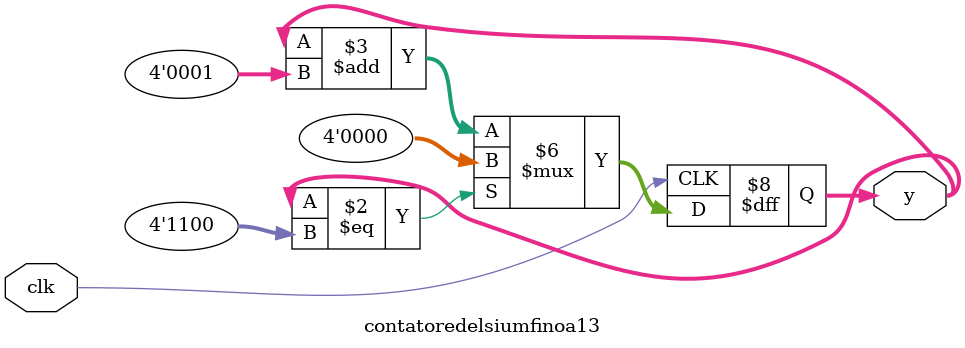
<source format=sv>
module contatoredelsiumfinoa13(
    input logic clk,
    output logic [3:0] y = 4'b0000,
);
always_ff @(posedge clk)
begin
    if (y == 4'b1100)
        y <= 4'b0000;
    else
        y <= y + 4'b0001;
end
endmodule
</source>
